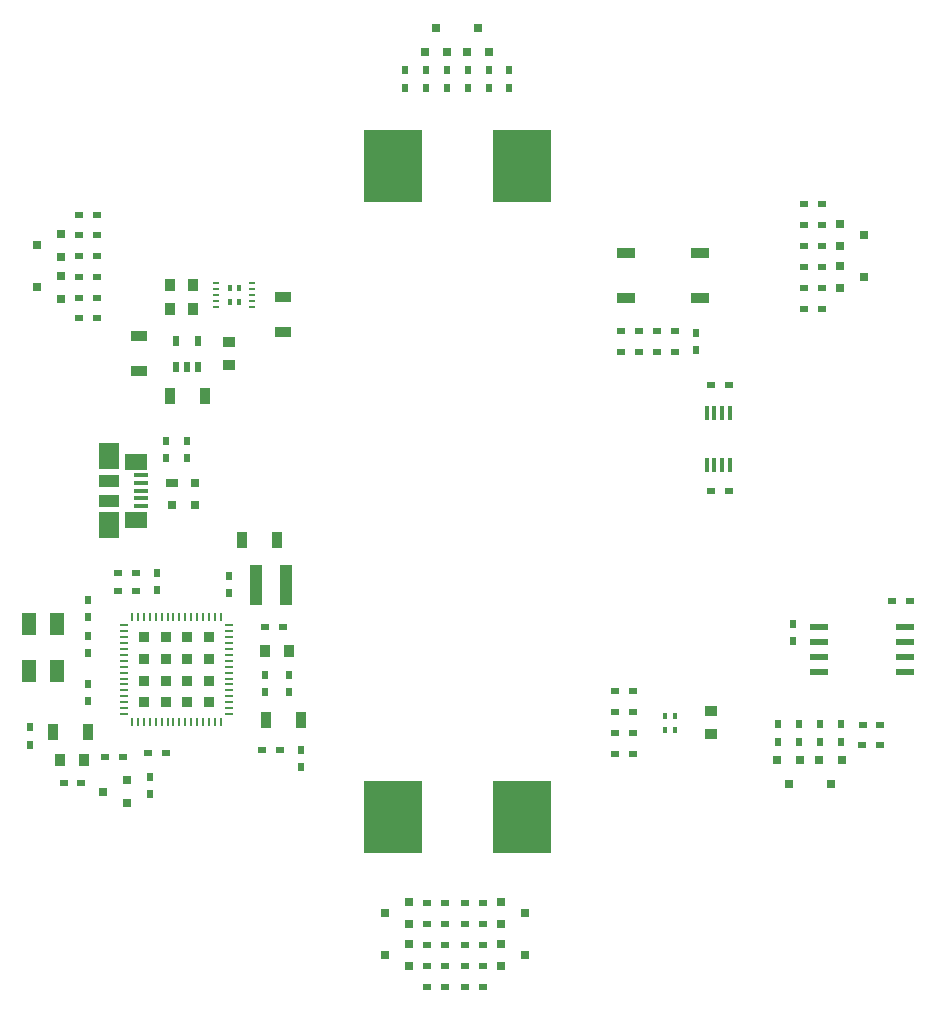
<source format=gbr>
G04 #@! TF.GenerationSoftware,KiCad,Pcbnew,(2016-12-02 revision 54c5f6b)-makepkg*
G04 #@! TF.CreationDate,2016-12-15T21:43:30-06:00*
G04 #@! TF.ProjectId,Star,537461722E6B696361645F7063620000,rev?*
G04 #@! TF.FileFunction,Paste,Bot*
G04 #@! TF.FilePolarity,Positive*
%FSLAX46Y46*%
G04 Gerber Fmt 4.6, Leading zero omitted, Abs format (unit mm)*
G04 Created by KiCad (PCBNEW (2016-12-02 revision 54c5f6b)-makepkg) date 12/15/16 21:43:30*
%MOMM*%
%LPD*%
G01*
G04 APERTURE LIST*
%ADD10C,0.100000*%
%ADD11R,1.447600X0.847600*%
%ADD12R,0.597600X0.647600*%
%ADD13R,4.927600X6.197600*%
%ADD14R,0.950100X0.950100*%
%ADD15R,0.697600X0.147600*%
%ADD16R,0.147600X0.697600*%
%ADD17R,0.847600X1.447600*%
%ADD18R,0.647600X0.597600*%
%ADD19R,0.847600X1.097600*%
%ADD20R,1.097600X0.847600*%
%ADD21R,1.744980X1.021080*%
%ADD22R,1.744980X2.222500*%
%ADD23R,1.948180X1.320800*%
%ADD24R,1.226820X0.297180*%
%ADD25R,0.647700X0.647700*%
%ADD26R,1.147600X1.847600*%
%ADD27R,0.497600X0.907600*%
%ADD28R,0.497600X0.147600*%
%ADD29R,0.312600X0.591600*%
%ADD30R,1.547600X0.497600*%
%ADD31R,0.547600X0.097600*%
%ADD32R,0.345600X0.561600*%
%ADD33R,0.297600X1.297600*%
%ADD34R,0.647600X0.647600*%
%ADD35R,1.047600X0.647600*%
%ADD36R,1.117600X3.403600*%
%ADD37R,1.547600X0.847600*%
G04 APERTURE END LIST*
D10*
D11*
X112522000Y-84558000D03*
X112522000Y-81558000D03*
D12*
X101219000Y-122186000D03*
X101219000Y-123686000D03*
D13*
X121793000Y-70485000D03*
X132715000Y-70485000D03*
X121793000Y-125628400D03*
X132715000Y-125628400D03*
D14*
X106231500Y-115883500D03*
X104394000Y-115883500D03*
X102556500Y-115883500D03*
X100719000Y-115883500D03*
X106231500Y-114046000D03*
X104394000Y-114046000D03*
X102556500Y-114046000D03*
X100719000Y-114046000D03*
X106231500Y-112208500D03*
X104394000Y-112208500D03*
X102556500Y-112208500D03*
X100719000Y-112208500D03*
X106231500Y-110371000D03*
X104394000Y-110371000D03*
X102556500Y-110371000D03*
X100719000Y-110371000D03*
D15*
X107925250Y-116877250D03*
X107925250Y-116377250D03*
X107925250Y-115877250D03*
X107925250Y-115377250D03*
X107925250Y-114877250D03*
X107925250Y-114377250D03*
X107925250Y-113877250D03*
X107925250Y-113377250D03*
X107925250Y-112877250D03*
X107925250Y-112377250D03*
X107925250Y-111877250D03*
X107925250Y-111377250D03*
X107925250Y-110877250D03*
X107925250Y-110377250D03*
X107925250Y-109877250D03*
X107925250Y-109377250D03*
D16*
X107225250Y-108677250D03*
X106725250Y-108677250D03*
X106225250Y-108677250D03*
X105725250Y-108677250D03*
X105225250Y-108677250D03*
X104725250Y-108677250D03*
X104225250Y-108677250D03*
X103725250Y-108677250D03*
X103225250Y-108677250D03*
X102725250Y-108677250D03*
X102225250Y-108677250D03*
X101725250Y-108677250D03*
X101225250Y-108677250D03*
X100725250Y-108677250D03*
X100225250Y-108677250D03*
X99725250Y-108677250D03*
D15*
X99025250Y-109377250D03*
X99025250Y-109877250D03*
X99025250Y-110377250D03*
X99025250Y-110877250D03*
X99025250Y-111377250D03*
X99025250Y-111877250D03*
X99025250Y-112377250D03*
X99025250Y-112877250D03*
X99025250Y-113377250D03*
X99025250Y-113877250D03*
X99025250Y-114377250D03*
X99025250Y-114877250D03*
X99025250Y-115377250D03*
X99025250Y-115877250D03*
X99025250Y-116377250D03*
X99025250Y-116877250D03*
D16*
X99725250Y-117577250D03*
X100225250Y-117577250D03*
X100725250Y-117577250D03*
X101225250Y-117577250D03*
X101725250Y-117577250D03*
X102225250Y-117577250D03*
X102725250Y-117577250D03*
X103225250Y-117577250D03*
X103725250Y-117577250D03*
X104225250Y-117577250D03*
X104725250Y-117577250D03*
X105225250Y-117577250D03*
X105725250Y-117577250D03*
X106225250Y-117577250D03*
X106725250Y-117577250D03*
X107225250Y-117577250D03*
D17*
X95988000Y-118364000D03*
X92988000Y-118364000D03*
X111990000Y-102108000D03*
X108990000Y-102108000D03*
X111022000Y-117348000D03*
X114022000Y-117348000D03*
D12*
X110998000Y-115050000D03*
X110998000Y-113550000D03*
D17*
X105894000Y-89916000D03*
X102894000Y-89916000D03*
D18*
X100064000Y-106426000D03*
X98564000Y-106426000D03*
X145657000Y-86233000D03*
X144157000Y-86233000D03*
X102604000Y-120142000D03*
X101104000Y-120142000D03*
D11*
X100330000Y-84860000D03*
X100330000Y-87860000D03*
D12*
X107950000Y-105168000D03*
X107950000Y-106668000D03*
D19*
X111014000Y-111506000D03*
X113014000Y-111506000D03*
D20*
X107950000Y-85344000D03*
X107950000Y-87344000D03*
D12*
X96012000Y-115812000D03*
X96012000Y-114312000D03*
D18*
X112510000Y-109474000D03*
X111010000Y-109474000D03*
D19*
X102914021Y-82553361D03*
X104914021Y-82553361D03*
X102914021Y-80521361D03*
X104914021Y-80521361D03*
D12*
X113030000Y-113550000D03*
X113030000Y-115050000D03*
X155702000Y-110720000D03*
X155702000Y-109220000D03*
X96012000Y-110248000D03*
X96012000Y-111748000D03*
D18*
X110756000Y-119888000D03*
X112256000Y-119888000D03*
X142101000Y-120269000D03*
X140601000Y-120269000D03*
X142101000Y-114935000D03*
X140601000Y-114935000D03*
D12*
X96012000Y-107200000D03*
X96012000Y-108700000D03*
D19*
X93615000Y-120777000D03*
X95615000Y-120777000D03*
D20*
X148717000Y-118602000D03*
X148717000Y-116602000D03*
D12*
X102616000Y-95238000D03*
X102616000Y-93738000D03*
D18*
X150223832Y-89027000D03*
X148723832Y-89027000D03*
X150223832Y-98011792D03*
X148723832Y-98011792D03*
D21*
X97790000Y-98806000D03*
X97790000Y-97129600D03*
D22*
X97790000Y-95054420D03*
X97790000Y-100881180D03*
D23*
X100088700Y-95506540D03*
X100088700Y-100429060D03*
D24*
X100449380Y-99268280D03*
X100449380Y-98618040D03*
X100449380Y-97967800D03*
X100449380Y-97317560D03*
X100449380Y-96667320D03*
D25*
X130952240Y-138249688D03*
X130952240Y-136349688D03*
X132951220Y-137299688D03*
X130952240Y-134693688D03*
X130952240Y-132793688D03*
X132951220Y-133743688D03*
X121175780Y-133743688D03*
X123174760Y-134693688D03*
X123174760Y-132793688D03*
X123174760Y-136349688D03*
X123174760Y-138249688D03*
X121175780Y-137299688D03*
X154350036Y-120792240D03*
X156250036Y-120792240D03*
X155300036Y-122791220D03*
X158856036Y-122809000D03*
X159806036Y-120810020D03*
X157906036Y-120810020D03*
X159654240Y-77277000D03*
X159654240Y-75377000D03*
X161653220Y-76327000D03*
X161653220Y-79883000D03*
X159654240Y-78933000D03*
X159654240Y-80833000D03*
X125457738Y-58818780D03*
X124507738Y-60817760D03*
X126407738Y-60817760D03*
X129963738Y-60817760D03*
X128063738Y-60817760D03*
X129013738Y-58818780D03*
X91711780Y-80750854D03*
X93710760Y-81700854D03*
X93710760Y-79800854D03*
X93710760Y-76244854D03*
X93710760Y-78144854D03*
X91711780Y-77194854D03*
X97299780Y-123444000D03*
X99298760Y-124394000D03*
X99298760Y-122494000D03*
D18*
X129401000Y-138188688D03*
X127901000Y-138188688D03*
X127901000Y-136410688D03*
X129401000Y-136410688D03*
D12*
X91059000Y-119495000D03*
X91059000Y-117995000D03*
D18*
X141109000Y-86233000D03*
X142609000Y-86233000D03*
X95428500Y-122745500D03*
X93928500Y-122745500D03*
X129401000Y-132854688D03*
X127901000Y-132854688D03*
X129401000Y-134632688D03*
X127901000Y-134632688D03*
D12*
X147447000Y-86094000D03*
X147447000Y-84594000D03*
D18*
X142609000Y-84455000D03*
X141109000Y-84455000D03*
X124726000Y-132854688D03*
X126226000Y-132854688D03*
X126226000Y-134632688D03*
X124726000Y-134632688D03*
X127901000Y-140017500D03*
X129401000Y-140017500D03*
X124726000Y-140017500D03*
X126226000Y-140017500D03*
X124726000Y-138188688D03*
X126226000Y-138188688D03*
X124726000Y-136410688D03*
X126226000Y-136410688D03*
D12*
X154411036Y-119241000D03*
X154411036Y-117741000D03*
X156189036Y-117741000D03*
X156189036Y-119241000D03*
D18*
X163056000Y-119507000D03*
X161556000Y-119507000D03*
X161568000Y-117792500D03*
X163068000Y-117792500D03*
D12*
X159745036Y-117741000D03*
X159745036Y-119241000D03*
X157967036Y-119241000D03*
X157967036Y-117741000D03*
D18*
X156603000Y-77216000D03*
X158103000Y-77216000D03*
X158103000Y-75438000D03*
X156603000Y-75438000D03*
X158103000Y-82550000D03*
X156603000Y-82550000D03*
X156603000Y-73660000D03*
X158103000Y-73660000D03*
X158103000Y-78994000D03*
X156603000Y-78994000D03*
X156603000Y-80772000D03*
X158103000Y-80772000D03*
X144157000Y-84455000D03*
X145657000Y-84455000D03*
D12*
X126346738Y-62369000D03*
X126346738Y-63869000D03*
X124568738Y-63869000D03*
X124568738Y-62369000D03*
X122809000Y-63869000D03*
X122809000Y-62369000D03*
X131635500Y-62369000D03*
X131635500Y-63869000D03*
X128124738Y-62369000D03*
X128124738Y-63869000D03*
D18*
X165596000Y-107315000D03*
X164096000Y-107315000D03*
X142101000Y-118491000D03*
X140601000Y-118491000D03*
X142101000Y-116713000D03*
X140601000Y-116713000D03*
D12*
X129902738Y-62369000D03*
X129902738Y-63869000D03*
X104394000Y-93738000D03*
X104394000Y-95238000D03*
D18*
X95262000Y-79861854D03*
X96762000Y-79861854D03*
X96762000Y-81639854D03*
X95262000Y-81639854D03*
X95262000Y-74612500D03*
X96762000Y-74612500D03*
X95262000Y-83375500D03*
X96762000Y-83375500D03*
X95262000Y-78083854D03*
X96762000Y-78083854D03*
X95262000Y-76305854D03*
X96762000Y-76305854D03*
D12*
X114046000Y-121400000D03*
X114046000Y-119900000D03*
D18*
X98933000Y-120523000D03*
X97433000Y-120523000D03*
X98564000Y-104902000D03*
X100064000Y-104902000D03*
D12*
X101854000Y-106414000D03*
X101854000Y-104914000D03*
D26*
X91002000Y-109252000D03*
X91002000Y-113252000D03*
X93402000Y-113252000D03*
X93402000Y-109252000D03*
D27*
X105344000Y-87460000D03*
X104394000Y-87460000D03*
X103444000Y-87460000D03*
X103444000Y-85260000D03*
X105344000Y-85260000D03*
D28*
X106815521Y-82395361D03*
X106815521Y-81895361D03*
X106815521Y-81395361D03*
X106815521Y-80895361D03*
X106815521Y-80395361D03*
X109915521Y-80395361D03*
X109915521Y-80895361D03*
X109915521Y-81395361D03*
X109915521Y-81895361D03*
X109915521Y-82395361D03*
D29*
X108753021Y-80775361D03*
X108753021Y-82015361D03*
X107978021Y-80775361D03*
X107978021Y-82015361D03*
D30*
X165194000Y-109474000D03*
X165194000Y-110744000D03*
X165194000Y-112014000D03*
X165194000Y-113284000D03*
X157894000Y-113284000D03*
X157894000Y-112014000D03*
X157894000Y-110744000D03*
X157894000Y-109474000D03*
D31*
X143854000Y-118392000D03*
X143854000Y-117892000D03*
X143854000Y-117392000D03*
X143854000Y-116892000D03*
X146654000Y-116892000D03*
X146654000Y-117392000D03*
X146654000Y-117892000D03*
X146654000Y-118392000D03*
D32*
X145669000Y-117047000D03*
X145669000Y-118237000D03*
X144839000Y-117047000D03*
X144839000Y-118237000D03*
D33*
X150321832Y-95766792D03*
X149671832Y-95766792D03*
X149021832Y-95766792D03*
X148371832Y-95766792D03*
X148371832Y-91366792D03*
X149021832Y-91366792D03*
X149671832Y-91366792D03*
X150321832Y-91366792D03*
D34*
X103124000Y-99220100D03*
X105024000Y-99220100D03*
X105024000Y-97320100D03*
D35*
X103124000Y-97320100D03*
D36*
X112776000Y-105918000D03*
X110236000Y-105918000D03*
D37*
X147803000Y-77856000D03*
X141503000Y-77856000D03*
X147803000Y-81656000D03*
X141503000Y-81656000D03*
M02*

</source>
